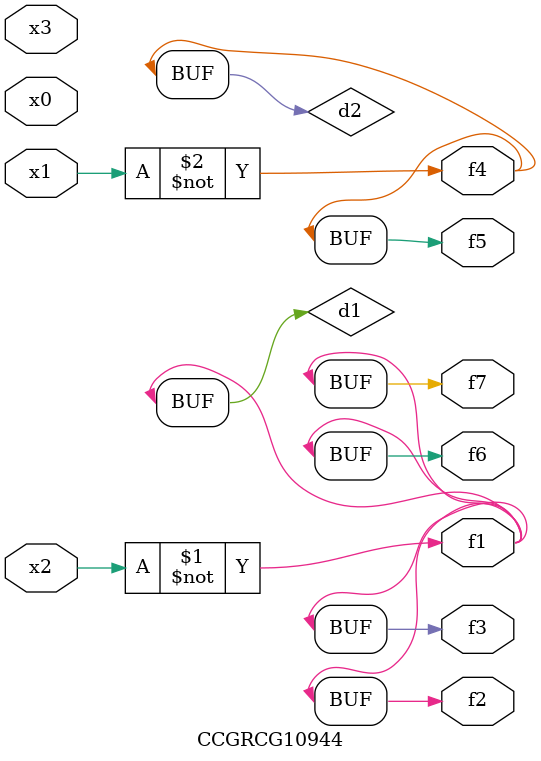
<source format=v>
module CCGRCG10944(
	input x0, x1, x2, x3,
	output f1, f2, f3, f4, f5, f6, f7
);

	wire d1, d2;

	xnor (d1, x2);
	not (d2, x1);
	assign f1 = d1;
	assign f2 = d1;
	assign f3 = d1;
	assign f4 = d2;
	assign f5 = d2;
	assign f6 = d1;
	assign f7 = d1;
endmodule

</source>
